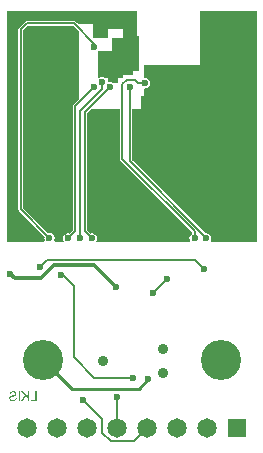
<source format=gbl>
G04*
G04 #@! TF.GenerationSoftware,Altium Limited,Altium Designer,21.6.4 (81)*
G04*
G04 Layer_Physical_Order=4*
G04 Layer_Color=16711680*
%FSLAX44Y44*%
%MOMM*%
G71*
G04*
G04 #@! TF.SameCoordinates,8C3636EA-CFF2-41A9-9EC8-A279A3EE80BB*
G04*
G04*
G04 #@! TF.FilePolarity,Positive*
G04*
G01*
G75*
%ADD10C,0.2540*%
%ADD39C,0.1520*%
%ADD41C,0.3500*%
%ADD42C,0.9000*%
%ADD43C,1.6500*%
%ADD44R,1.6500X1.6500*%
%ADD45C,3.4000*%
%ADD46C,0.6000*%
G36*
X114200Y374560D02*
X116100D01*
Y344760D01*
X111000D01*
Y341160D01*
X102400D01*
Y338660D01*
X98000D01*
X98000Y334860D01*
X93596D01*
X92666Y335482D01*
X91000Y335813D01*
X90982Y335809D01*
X90000Y336615D01*
Y338660D01*
X87589D01*
X86248Y339556D01*
X84582Y339888D01*
X82916Y339556D01*
X82270Y339125D01*
X81000Y339804D01*
Y361460D01*
X93000Y361460D01*
Y373060D01*
X102600D01*
Y380460D01*
X89400D01*
Y372860D01*
X76700D01*
Y384960D01*
X64800D01*
X64800Y384960D01*
Y384960D01*
X63630Y385297D01*
X62464Y386464D01*
X61792Y386912D01*
X61000Y387070D01*
X21000D01*
X20208Y386912D01*
X19536Y386464D01*
X14536Y381464D01*
X14088Y380792D01*
X13930Y380000D01*
Y227586D01*
X14088Y226794D01*
X14536Y226122D01*
X36015Y204644D01*
X35778Y203454D01*
X36110Y201788D01*
X36456Y201270D01*
X35777Y200000D01*
X4078D01*
X4078Y395922D01*
X114200D01*
Y374560D01*
D02*
G37*
G36*
X64800Y378273D02*
Y320965D01*
X60536Y316702D01*
X60088Y316030D01*
X59930Y315238D01*
Y209857D01*
X57190Y207117D01*
X56000Y207354D01*
X54334Y207022D01*
X52922Y206078D01*
X51978Y204666D01*
X51646Y203000D01*
X51978Y201334D01*
X52121Y201120D01*
X51522Y200000D01*
X44487D01*
X43808Y201270D01*
X44154Y201788D01*
X44486Y203454D01*
X44154Y205120D01*
X43211Y206532D01*
X41798Y207476D01*
X40132Y207808D01*
X38942Y207571D01*
X18070Y228443D01*
Y379143D01*
X21857Y382930D01*
X60143D01*
X64800Y378273D01*
D02*
G37*
G36*
X215922Y200000D02*
X177478D01*
X176879Y201120D01*
X177022Y201334D01*
X177354Y203000D01*
X177022Y204666D01*
X176078Y206078D01*
X174666Y207022D01*
X173000Y207354D01*
X172379Y207230D01*
X110020Y269589D01*
Y312760D01*
X118000D01*
Y323960D01*
X120100D01*
Y329368D01*
X121000Y330106D01*
X122666Y330438D01*
X124079Y331381D01*
X125022Y332794D01*
X125354Y334460D01*
X125022Y336126D01*
X124079Y337538D01*
X122666Y338482D01*
X121000Y338814D01*
X120100Y339552D01*
Y349460D01*
X167300D01*
Y395922D01*
X215922D01*
X215922Y200000D01*
D02*
G37*
G36*
X99784Y270146D02*
X99942Y269354D01*
X100391Y268682D01*
X160930Y208143D01*
Y206752D01*
X159922Y206078D01*
X158978Y204666D01*
X158646Y203000D01*
X158978Y201334D01*
X159121Y201120D01*
X158522Y200000D01*
X80478D01*
X79879Y201120D01*
X80022Y201334D01*
X80354Y203000D01*
X80022Y204666D01*
X79078Y206078D01*
X77666Y207022D01*
X76000Y207354D01*
X74810Y207117D01*
X72070Y209857D01*
Y309602D01*
X75228Y312760D01*
X99784D01*
Y270146D01*
D02*
G37*
G36*
X22969Y65381D02*
X21895D01*
Y68197D01*
X20569Y69476D01*
X17676Y65381D01*
X16257D01*
X19818Y70204D01*
X16403Y73501D01*
X17864D01*
X21895Y69471D01*
Y73501D01*
X22969D01*
Y65381D01*
D02*
G37*
G36*
X29276D02*
X24207D01*
Y66337D01*
X28203D01*
Y73501D01*
X29276D01*
Y65381D01*
D02*
G37*
G36*
X15183D02*
X14109D01*
Y73501D01*
X15183D01*
Y65381D01*
D02*
G37*
G36*
X9568Y73636D02*
X9714Y73630D01*
X9855Y73619D01*
X9996Y73601D01*
X10125Y73578D01*
X10248Y73554D01*
X10360Y73531D01*
X10465Y73501D01*
X10565Y73478D01*
X10653Y73449D01*
X10724Y73425D01*
X10788Y73408D01*
X10841Y73384D01*
X10876Y73372D01*
X10900Y73366D01*
X10905Y73361D01*
X11029Y73308D01*
X11140Y73249D01*
X11246Y73185D01*
X11345Y73120D01*
X11439Y73050D01*
X11522Y72985D01*
X11598Y72915D01*
X11662Y72850D01*
X11721Y72792D01*
X11774Y72733D01*
X11821Y72686D01*
X11856Y72639D01*
X11885Y72604D01*
X11903Y72574D01*
X11915Y72557D01*
X11920Y72551D01*
X11979Y72451D01*
X12032Y72346D01*
X12079Y72246D01*
X12120Y72146D01*
X12155Y72046D01*
X12185Y71952D01*
X12202Y71864D01*
X12226Y71776D01*
X12237Y71694D01*
X12249Y71624D01*
X12255Y71559D01*
X12261Y71507D01*
X12267Y71460D01*
Y71430D01*
Y71407D01*
Y71401D01*
X12261Y71295D01*
X12255Y71196D01*
X12220Y71008D01*
X12179Y70838D01*
X12149Y70761D01*
X12126Y70685D01*
X12097Y70620D01*
X12073Y70562D01*
X12050Y70515D01*
X12026Y70474D01*
X12009Y70439D01*
X11997Y70415D01*
X11991Y70398D01*
X11985Y70392D01*
X11926Y70310D01*
X11868Y70227D01*
X11727Y70081D01*
X11586Y69952D01*
X11445Y69846D01*
X11375Y69799D01*
X11316Y69758D01*
X11257Y69717D01*
X11211Y69688D01*
X11170Y69664D01*
X11140Y69647D01*
X11123Y69641D01*
X11117Y69635D01*
X11023Y69588D01*
X10923Y69547D01*
X10806Y69500D01*
X10682Y69453D01*
X10424Y69365D01*
X10166Y69289D01*
X10049Y69253D01*
X9931Y69224D01*
X9826Y69195D01*
X9738Y69171D01*
X9662Y69154D01*
X9603Y69136D01*
X9585Y69130D01*
X9568D01*
X9562Y69124D01*
X9556D01*
X9356Y69077D01*
X9175Y69030D01*
X9004Y68989D01*
X8858Y68948D01*
X8723Y68913D01*
X8605Y68884D01*
X8506Y68854D01*
X8412Y68825D01*
X8335Y68802D01*
X8271Y68784D01*
X8224Y68766D01*
X8183Y68755D01*
X8148Y68743D01*
X8130Y68737D01*
X8118Y68731D01*
X8113D01*
X8019Y68690D01*
X7937Y68655D01*
X7854Y68614D01*
X7784Y68573D01*
X7714Y68532D01*
X7655Y68491D01*
X7602Y68450D01*
X7555Y68414D01*
X7514Y68379D01*
X7479Y68344D01*
X7420Y68291D01*
X7391Y68256D01*
X7379Y68250D01*
Y68244D01*
X7303Y68133D01*
X7244Y68021D01*
X7203Y67910D01*
X7180Y67810D01*
X7162Y67716D01*
X7156Y67681D01*
Y67646D01*
X7150Y67616D01*
Y67599D01*
Y67587D01*
Y67581D01*
X7162Y67446D01*
X7186Y67311D01*
X7227Y67194D01*
X7268Y67094D01*
X7309Y67006D01*
X7332Y66971D01*
X7350Y66942D01*
X7362Y66918D01*
X7373Y66901D01*
X7385Y66889D01*
Y66883D01*
X7479Y66771D01*
X7590Y66672D01*
X7708Y66584D01*
X7819Y66513D01*
X7925Y66460D01*
X7966Y66437D01*
X8007Y66420D01*
X8036Y66402D01*
X8060Y66390D01*
X8077Y66384D01*
X8083D01*
X8265Y66326D01*
X8447Y66279D01*
X8629Y66249D01*
X8799Y66226D01*
X8875Y66220D01*
X8946Y66214D01*
X9004Y66208D01*
X9057D01*
X9104Y66202D01*
X9163D01*
X9415Y66214D01*
X9650Y66238D01*
X9761Y66261D01*
X9861Y66279D01*
X9961Y66302D01*
X10049Y66326D01*
X10125Y66343D01*
X10201Y66367D01*
X10260Y66390D01*
X10313Y66408D01*
X10354Y66420D01*
X10389Y66431D01*
X10407Y66443D01*
X10413D01*
X10512Y66490D01*
X10606Y66537D01*
X10694Y66590D01*
X10770Y66642D01*
X10847Y66695D01*
X10911Y66748D01*
X10976Y66801D01*
X11029Y66848D01*
X11076Y66895D01*
X11117Y66936D01*
X11152Y66971D01*
X11175Y67006D01*
X11199Y67036D01*
X11216Y67053D01*
X11222Y67065D01*
X11228Y67071D01*
X11316Y67229D01*
X11387Y67393D01*
X11445Y67564D01*
X11486Y67722D01*
X11504Y67798D01*
X11522Y67863D01*
X11533Y67927D01*
X11539Y67980D01*
X11551Y68021D01*
Y68051D01*
X11557Y68074D01*
Y68080D01*
X12572Y67992D01*
X12566Y67839D01*
X12548Y67693D01*
X12525Y67552D01*
X12495Y67417D01*
X12460Y67294D01*
X12425Y67171D01*
X12384Y67059D01*
X12343Y66953D01*
X12308Y66859D01*
X12267Y66777D01*
X12232Y66707D01*
X12196Y66642D01*
X12173Y66596D01*
X12149Y66560D01*
X12138Y66537D01*
X12132Y66531D01*
X12050Y66414D01*
X11962Y66302D01*
X11868Y66202D01*
X11768Y66108D01*
X11674Y66020D01*
X11574Y65938D01*
X11480Y65868D01*
X11387Y65803D01*
X11304Y65751D01*
X11222Y65698D01*
X11152Y65657D01*
X11087Y65622D01*
X11034Y65598D01*
X10999Y65580D01*
X10970Y65569D01*
X10964Y65563D01*
X10823Y65510D01*
X10671Y65457D01*
X10518Y65416D01*
X10360Y65381D01*
X10049Y65322D01*
X9902Y65305D01*
X9761Y65287D01*
X9626Y65275D01*
X9503Y65264D01*
X9392Y65258D01*
X9298Y65252D01*
X9222Y65246D01*
X9116D01*
X8957Y65252D01*
X8799Y65258D01*
X8647Y65275D01*
X8506Y65293D01*
X8371Y65322D01*
X8242Y65346D01*
X8118Y65375D01*
X8007Y65404D01*
X7907Y65434D01*
X7819Y65463D01*
X7743Y65492D01*
X7678Y65516D01*
X7626Y65533D01*
X7584Y65551D01*
X7561Y65557D01*
X7555Y65563D01*
X7426Y65627D01*
X7309Y65692D01*
X7197Y65762D01*
X7097Y65833D01*
X7004Y65909D01*
X6916Y65985D01*
X6834Y66056D01*
X6763Y66126D01*
X6698Y66191D01*
X6646Y66249D01*
X6599Y66308D01*
X6564Y66355D01*
X6534Y66396D01*
X6511Y66425D01*
X6499Y66443D01*
X6493Y66449D01*
X6429Y66560D01*
X6370Y66666D01*
X6317Y66777D01*
X6276Y66883D01*
X6241Y66989D01*
X6212Y67088D01*
X6182Y67188D01*
X6165Y67276D01*
X6147Y67364D01*
X6135Y67440D01*
X6129Y67505D01*
X6123Y67564D01*
X6118Y67611D01*
Y67646D01*
Y67669D01*
Y67675D01*
X6123Y67798D01*
X6129Y67910D01*
X6147Y68021D01*
X6170Y68127D01*
X6194Y68232D01*
X6223Y68326D01*
X6259Y68414D01*
X6288Y68496D01*
X6317Y68567D01*
X6352Y68632D01*
X6382Y68690D01*
X6405Y68737D01*
X6429Y68772D01*
X6440Y68802D01*
X6452Y68819D01*
X6458Y68825D01*
X6528Y68919D01*
X6599Y69007D01*
X6763Y69171D01*
X6939Y69312D01*
X7027Y69377D01*
X7109Y69429D01*
X7191Y69482D01*
X7268Y69529D01*
X7332Y69564D01*
X7391Y69600D01*
X7438Y69623D01*
X7479Y69641D01*
X7502Y69652D01*
X7508Y69658D01*
X7608Y69699D01*
X7725Y69740D01*
X7854Y69787D01*
X7995Y69828D01*
X8142Y69875D01*
X8289Y69916D01*
X8588Y69993D01*
X8729Y70034D01*
X8864Y70063D01*
X8987Y70093D01*
X9092Y70122D01*
X9180Y70139D01*
X9216Y70151D01*
X9245Y70157D01*
X9269Y70163D01*
X9286D01*
X9298Y70169D01*
X9304D01*
X9538Y70227D01*
X9750Y70280D01*
X9937Y70333D01*
X10108Y70386D01*
X10254Y70439D01*
X10389Y70486D01*
X10501Y70532D01*
X10600Y70574D01*
X10682Y70615D01*
X10747Y70650D01*
X10806Y70679D01*
X10847Y70708D01*
X10882Y70726D01*
X10900Y70744D01*
X10911Y70750D01*
X10917Y70756D01*
X10970Y70808D01*
X11017Y70867D01*
X11064Y70926D01*
X11099Y70990D01*
X11152Y71108D01*
X11187Y71225D01*
X11211Y71325D01*
X11216Y71366D01*
X11222Y71407D01*
X11228Y71436D01*
Y71460D01*
Y71471D01*
Y71477D01*
X11222Y71571D01*
X11211Y71659D01*
X11187Y71747D01*
X11158Y71823D01*
X11087Y71970D01*
X11046Y72040D01*
X11005Y72099D01*
X10964Y72152D01*
X10929Y72199D01*
X10888Y72240D01*
X10859Y72275D01*
X10829Y72305D01*
X10806Y72322D01*
X10794Y72334D01*
X10788Y72340D01*
X10700Y72404D01*
X10600Y72457D01*
X10489Y72504D01*
X10377Y72545D01*
X10260Y72580D01*
X10143Y72610D01*
X9908Y72651D01*
X9802Y72668D01*
X9697Y72680D01*
X9609Y72686D01*
X9527Y72692D01*
X9462Y72698D01*
X9368D01*
X9198Y72692D01*
X9040Y72680D01*
X8893Y72662D01*
X8752Y72639D01*
X8629Y72604D01*
X8512Y72574D01*
X8406Y72539D01*
X8312Y72504D01*
X8230Y72463D01*
X8159Y72428D01*
X8101Y72398D01*
X8048Y72369D01*
X8007Y72340D01*
X7983Y72322D01*
X7966Y72310D01*
X7960Y72305D01*
X7878Y72228D01*
X7802Y72140D01*
X7731Y72052D01*
X7673Y71958D01*
X7620Y71859D01*
X7573Y71765D01*
X7532Y71671D01*
X7502Y71577D01*
X7473Y71489D01*
X7450Y71407D01*
X7432Y71330D01*
X7420Y71272D01*
X7408Y71219D01*
X7403Y71178D01*
X7397Y71154D01*
Y71143D01*
X6364Y71219D01*
X6376Y71348D01*
X6388Y71477D01*
X6411Y71600D01*
X6440Y71718D01*
X6470Y71829D01*
X6505Y71935D01*
X6540Y72035D01*
X6575Y72123D01*
X6616Y72205D01*
X6646Y72275D01*
X6681Y72340D01*
X6710Y72393D01*
X6734Y72434D01*
X6751Y72469D01*
X6763Y72486D01*
X6769Y72492D01*
X6839Y72598D01*
X6921Y72692D01*
X7004Y72786D01*
X7092Y72868D01*
X7180Y72944D01*
X7268Y73014D01*
X7350Y73079D01*
X7438Y73132D01*
X7514Y73185D01*
X7590Y73226D01*
X7655Y73267D01*
X7714Y73296D01*
X7760Y73320D01*
X7796Y73337D01*
X7819Y73343D01*
X7825Y73349D01*
X7954Y73402D01*
X8089Y73449D01*
X8224Y73484D01*
X8365Y73519D01*
X8629Y73572D01*
X8758Y73589D01*
X8875Y73607D01*
X8993Y73619D01*
X9092Y73625D01*
X9186Y73636D01*
X9263D01*
X9327Y73642D01*
X9415D01*
X9568Y73636D01*
D02*
G37*
D10*
X123698Y84074D02*
X123952D01*
X115570Y75946D02*
X123698Y84074D01*
X35000Y100000D02*
X59054Y75946D01*
X115570D01*
D39*
X92250Y31250D02*
X111750D01*
X122700Y42200D01*
X85000Y38500D02*
X92250Y31250D01*
X85000Y38500D02*
Y50000D01*
X68750Y66250D02*
X85000Y50000D01*
X97300Y42200D02*
X97400Y42300D01*
Y68650D01*
X97500Y68750D01*
X128000Y156750D02*
X140000Y168750D01*
X51340Y172212D02*
X60843Y162709D01*
X50292Y172212D02*
X51340D01*
X16000Y227586D02*
Y380000D01*
Y227586D02*
X40132Y203454D01*
X101854Y270146D02*
X163000Y209000D01*
X101854Y333502D02*
X105410Y337058D01*
X101854Y270146D02*
Y333502D01*
X105410Y337058D02*
X112522D01*
X115120Y334460D01*
X121000D01*
X107950Y268732D02*
X173000Y203682D01*
X107950Y268732D02*
Y331216D01*
X62000Y315238D02*
X77978Y331216D01*
X62000Y209000D02*
Y315238D01*
X65960Y311324D02*
X84582Y329946D01*
X65960Y203040D02*
Y311324D01*
X84582Y329946D02*
Y335534D01*
X65960Y203040D02*
X66000Y203000D01*
X70000Y310459D02*
X91000Y331459D01*
X70000Y209000D02*
Y310459D01*
Y209000D02*
X76000Y203000D01*
X60843Y102479D02*
Y162709D01*
X32000Y179000D02*
X37658Y184658D01*
X78104Y85218D02*
X110998D01*
X60843Y102479D02*
X78104Y85218D01*
X163068Y184658D02*
X170688Y177038D01*
Y176784D02*
Y177038D01*
X37658Y184658D02*
X163068D01*
X163000Y203000D02*
Y209000D01*
X173000Y203000D02*
Y203682D01*
X56000Y203000D02*
X62000Y209000D01*
X21000Y385000D02*
X61000D01*
X16000Y380000D02*
X21000Y385000D01*
X61000D02*
X78000Y368000D01*
D41*
X77684Y180594D02*
X96500Y161778D01*
X43688Y180594D02*
X77684D01*
X32766Y169672D02*
X43688Y180594D01*
X10588Y169672D02*
X32766D01*
X6604Y173228D02*
X7031D01*
X10588Y169672D01*
D42*
X136450Y89490D02*
D03*
Y109810D02*
D03*
X85650Y99650D02*
D03*
D43*
X71900Y42200D02*
D03*
X97300D02*
D03*
X122700D02*
D03*
X173500D02*
D03*
X148100D02*
D03*
X46500D02*
D03*
X21100D02*
D03*
D44*
X198900D02*
D03*
D45*
X185000Y100000D02*
D03*
X35000D02*
D03*
D46*
X68750Y66250D02*
D03*
X97500Y68750D02*
D03*
X55250Y329250D02*
D03*
X25250Y330750D02*
D03*
Y356750D02*
D03*
X57750Y359500D02*
D03*
X7500Y391500D02*
D03*
X201000D02*
D03*
Y376500D02*
D03*
Y361500D02*
D03*
Y346500D02*
D03*
Y331500D02*
D03*
Y316500D02*
D03*
Y301500D02*
D03*
Y286500D02*
D03*
Y271500D02*
D03*
Y256500D02*
D03*
Y241500D02*
D03*
Y226500D02*
D03*
X186000Y391500D02*
D03*
Y376500D02*
D03*
Y361500D02*
D03*
Y346500D02*
D03*
Y331500D02*
D03*
Y316500D02*
D03*
Y301500D02*
D03*
Y286500D02*
D03*
Y271500D02*
D03*
Y256500D02*
D03*
Y241500D02*
D03*
Y226500D02*
D03*
X171000Y391500D02*
D03*
Y376500D02*
D03*
Y361500D02*
D03*
Y346500D02*
D03*
Y331500D02*
D03*
Y316500D02*
D03*
Y301500D02*
D03*
Y286500D02*
D03*
Y271500D02*
D03*
Y256500D02*
D03*
Y241500D02*
D03*
Y226500D02*
D03*
X156000Y331500D02*
D03*
Y316500D02*
D03*
Y301500D02*
D03*
Y286500D02*
D03*
Y271500D02*
D03*
Y256500D02*
D03*
Y241500D02*
D03*
X141000Y331500D02*
D03*
Y316500D02*
D03*
Y301500D02*
D03*
Y286500D02*
D03*
Y271500D02*
D03*
Y256500D02*
D03*
X126000Y301500D02*
D03*
Y286500D02*
D03*
Y271500D02*
D03*
X111000Y241500D02*
D03*
Y226500D02*
D03*
X96000Y256500D02*
D03*
Y241500D02*
D03*
Y226500D02*
D03*
X81000Y301500D02*
D03*
Y286500D02*
D03*
Y271500D02*
D03*
Y256500D02*
D03*
Y241500D02*
D03*
X51000Y316500D02*
D03*
Y301500D02*
D03*
Y286500D02*
D03*
Y271500D02*
D03*
Y256500D02*
D03*
Y241500D02*
D03*
Y226500D02*
D03*
X36000Y346500D02*
D03*
Y301500D02*
D03*
Y286500D02*
D03*
Y271500D02*
D03*
Y256500D02*
D03*
Y241500D02*
D03*
Y226500D02*
D03*
X64500Y392750D02*
D03*
X72000D02*
D03*
X79500D02*
D03*
X88500D02*
D03*
X96000D02*
D03*
X103500D02*
D03*
X111000D02*
D03*
X126000Y346250D02*
D03*
X183000Y205500D02*
D03*
X213000Y204000D02*
D03*
Y211500D02*
D03*
Y226500D02*
D03*
Y241500D02*
D03*
Y256500D02*
D03*
Y271500D02*
D03*
Y286500D02*
D03*
Y301500D02*
D03*
Y316500D02*
D03*
Y331500D02*
D03*
X211500Y346500D02*
D03*
X213000Y361500D02*
D03*
Y376500D02*
D03*
Y391500D02*
D03*
X133500Y346250D02*
D03*
X141000D02*
D03*
X148500D02*
D03*
X156000D02*
D03*
X163500D02*
D03*
X171000Y354000D02*
D03*
Y369000D02*
D03*
Y384000D02*
D03*
X26250Y225000D02*
D03*
X128000Y156750D02*
D03*
X140000Y168750D02*
D03*
X107950Y331216D02*
D03*
X84900Y347960D02*
D03*
X77978Y331216D02*
D03*
X93000Y338729D02*
D03*
X84582Y335534D02*
D03*
X91000Y331459D02*
D03*
X96500Y161778D02*
D03*
X50292Y172212D02*
D03*
X32000Y179000D02*
D03*
X6604Y173228D02*
D03*
X110998Y85218D02*
D03*
X123952Y84074D02*
D03*
X170688Y176784D02*
D03*
X163000Y203000D02*
D03*
X173000Y203000D02*
D03*
X76000Y203000D02*
D03*
X66000D02*
D03*
X56000D02*
D03*
X40132Y203454D02*
D03*
X78000Y365460D02*
D03*
X121000Y334460D02*
D03*
X95700Y359460D02*
D03*
X101200Y364360D02*
D03*
X102250Y357960D02*
D03*
X84600Y357560D02*
D03*
X86614Y385572D02*
D03*
X109474D02*
D03*
X108250Y363710D02*
D03*
X93980Y385572D02*
D03*
X102500Y347960D02*
D03*
X79756Y385318D02*
D03*
X102362Y385572D02*
D03*
X108500Y370210D02*
D03*
X93000Y348160D02*
D03*
M02*

</source>
